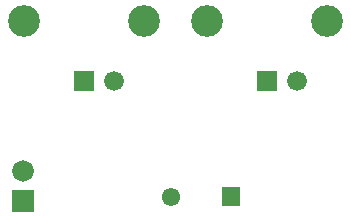
<source format=gbr>
G04 start of page 12 for group -4062 idx -4062 *
G04 Title: (unknown), soldermask *
G04 Creator: pcb 1.99z *
G04 CreationDate: Tue 21 Jul 2015 11:24:29 AM GMT UTC *
G04 For: david *
G04 Format: Gerber/RS-274X *
G04 PCB-Dimensions (mm): 31.75 26.42 *
G04 PCB-Coordinate-Origin: lower left *
%MOMM*%
%FSLAX43Y43*%
%LNBOTTOMMASK*%
%ADD94C,1.549*%
%ADD93C,1.829*%
%ADD92C,2.692*%
%ADD91C,1.676*%
%ADD90C,0.002*%
G54D90*G36*
X19672Y4331D02*Y2781D01*
X21222D01*
Y4331D01*
X19672D01*
G37*
G36*
X7163Y14173D02*Y12497D01*
X8839D01*
Y14173D01*
X7163D01*
G37*
G54D91*X10541Y13335D03*
G54D92*X13081Y18415D03*
X18415D03*
G54D90*G36*
X1880Y4089D02*Y2261D01*
X3708D01*
Y4089D01*
X1880D01*
G37*
G54D93*X2794Y5715D03*
G54D94*X15367Y3556D03*
G54D92*X2921Y18415D03*
G54D90*G36*
X22657Y14173D02*Y12497D01*
X24333D01*
Y14173D01*
X22657D01*
G37*
G54D91*X26035Y13335D03*
G54D92*X28575Y18415D03*
M02*

</source>
